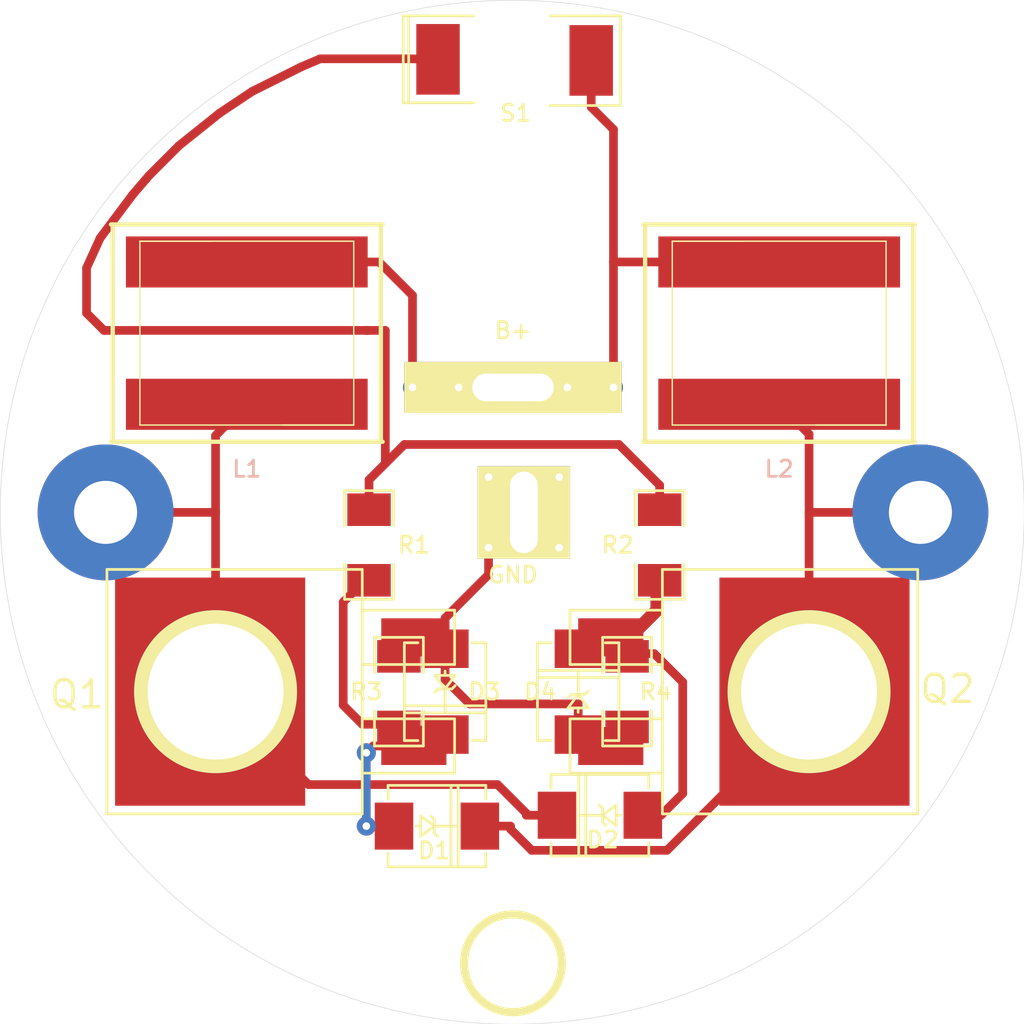
<source format=kicad_pcb>
(kicad_pcb (version 20171130) (host pcbnew "(5.1.12)-1")

  (general
    (thickness 1.6002)
    (drawings 1)
    (tracks 130)
    (zones 0)
    (modules 27)
    (nets 8)
  )

  (page A4)
  (title_block
    (title "ET Driver")
    (rev 9J)
  )

  (layers
    (0 Front signal)
    (31 Back signal)
    (32 B.Adhes user hide)
    (33 F.Adhes user hide)
    (34 B.Paste user hide)
    (35 F.Paste user hide)
    (36 B.SilkS user hide)
    (37 F.SilkS user hide)
    (38 B.Mask user)
    (39 F.Mask user)
    (40 Dwgs.User user)
    (41 Cmts.User user hide)
    (42 Eco1.User user hide)
    (43 Eco2.User user hide)
    (44 Edge.Cuts user)
  )

  (setup
    (last_trace_width 0.4064)
    (user_trace_width 0.6096)
    (user_trace_width 0.8128)
    (user_trace_width 1.2192)
    (trace_clearance 0.3302)
    (zone_clearance 0.508)
    (zone_45_only no)
    (trace_min 0.3302)
    (via_size 0.889)
    (via_drill 0.3556)
    (via_min_size 0.889)
    (via_min_drill 0.3556)
    (uvia_size 0.508)
    (uvia_drill 0.127)
    (uvias_allowed no)
    (uvia_min_size 0.508)
    (uvia_min_drill 0.127)
    (edge_width 0.254)
    (segment_width 0.254)
    (pcb_text_width 0.3048)
    (pcb_text_size 1.524 2.032)
    (mod_edge_width 0.127)
    (mod_text_size 1.524 1.524)
    (mod_text_width 0.3048)
    (pad_size 1.778 3.048)
    (pad_drill 0)
    (pad_to_mask_clearance 0.254)
    (aux_axis_origin 0 0)
    (visible_elements 7FFFFFFF)
    (pcbplotparams
      (layerselection 0x00030_ffffffff)
      (usegerberextensions true)
      (usegerberattributes true)
      (usegerberadvancedattributes true)
      (creategerberjobfile true)
      (excludeedgelayer true)
      (linewidth 0.150000)
      (plotframeref false)
      (viasonmask false)
      (mode 1)
      (useauxorigin false)
      (hpglpennumber 1)
      (hpglpenspeed 20)
      (hpglpendiameter 15.000000)
      (psnegative false)
      (psa4output false)
      (plotreference true)
      (plotvalue false)
      (plotinvisibletext false)
      (padsonsilk false)
      (subtractmaskfromsilk true)
      (outputformat 1)
      (mirror false)
      (drillshape 0)
      (scaleselection 1)
      (outputdirectory "IH-10/IH10-SL/"))
  )

  (net 0 "")
  (net 1 +BATT)
  (net 2 GND)
  (net 3 N-000002)
  (net 4 N-000004)
  (net 5 N-000005)
  (net 6 N-000006)
  (net 7 N-000007)

  (net_class Default "This is the default net class."
    (clearance 0.3302)
    (trace_width 0.4064)
    (via_dia 0.889)
    (via_drill 0.3556)
    (uvia_dia 0.508)
    (uvia_drill 0.127)
    (add_net +BATT)
    (add_net GND)
    (add_net N-000002)
    (add_net N-000004)
    (add_net N-000005)
    (add_net N-000006)
    (add_net N-000007)
  )

  (module DPAKGDS-TV-SL (layer Front) (tedit 55AE522A) (tstamp 5597B091)
    (at 61.1505 56.388 90)
    (tags "CMS DPACK")
    (path /52DDB130)
    (zone_connect 2)
    (fp_text reference Q1 (at -0.127 -15.748 180) (layer F.SilkS)
      (effects (font (size 1.27 1.27) (thickness 0.1524)))
    )
    (fp_text value MOSFET_N (at 0 -3.302 90) (layer F.SilkS) hide
      (effects (font (size 1.27 1.27) (thickness 0.1524)))
    )
    (fp_line (start 5.715 -14.351) (end 5.715 -2.413) (layer F.SilkS) (width 0.127))
    (fp_line (start 5.715 -2.413) (end -5.715 -2.413) (layer F.SilkS) (width 0.127))
    (fp_line (start -5.715 -2.413) (end -5.715 -14.351) (layer F.SilkS) (width 0.127))
    (fp_line (start -5.715 -14.351) (end 5.715 -14.351) (layer F.SilkS) (width 0.127))
    (fp_line (start -1.27 -2.413) (end -1.27 1.905) (layer F.SilkS) (width 0.127))
    (fp_line (start -1.27 1.905) (end -3.81 1.905) (layer F.SilkS) (width 0.127))
    (fp_line (start -3.81 1.905) (end -3.81 -2.413) (layer F.SilkS) (width 0.127))
    (fp_line (start 3.81 -2.413) (end 3.81 1.905) (layer F.SilkS) (width 0.127))
    (fp_line (start 3.81 1.905) (end 1.27 1.905) (layer F.SilkS) (width 0.127))
    (fp_line (start 1.27 1.905) (end 1.27 -2.413) (layer F.SilkS) (width 0.127))
    (pad D smd rect (at 0 -9.525 90) (size 10.668 8.89) (layers Front F.Paste F.Mask)
      (net 6 N-000006) (zone_connect 2))
    (pad G smd rect (at -2.54 0 90) (size 1.778 3.048) (layers Front F.Paste F.Mask)
      (net 4 N-000004) (zone_connect 2))
    (pad S smd rect (at 2.54 0 90) (size 1.778 3.048) (layers Front F.Paste F.Mask)
      (net 2 GND) (zone_connect 2))
    (pad D thru_hole circle (at 0 -9.271 90) (size 7.62 7.62) (drill 6.35) (layers *.Cu F.SilkS F.Mask)
      (net 6 N-000006) (zone_connect 2))
    (model smd/dpack_3.wrl
      (at (xyz 0 0 0))
      (scale (xyz 1 1 1))
      (rotate (xyz 0 0 0))
    )
  )

  (module SM2112L (layer Front) (tedit 556257A7) (tstamp 555E883C)
    (at 65.7352 26.8224)
    (attr smd)
    (fp_text reference S1 (at 0.1778 2.5146) (layer F.SilkS)
      (effects (font (size 0.762 0.762) (thickness 0.127)))
    )
    (fp_text value Val** (at -0.889 0 90) (layer F.SilkS) hide
      (effects (font (size 0.762 0.762) (thickness 0.1905)))
    )
    (fp_line (start -5.08 -2.032) (end -5.08 2.032) (layer F.SilkS) (width 0.127))
    (fp_line (start -4.826 -2.032) (end -4.826 2.032) (layer F.SilkS) (width 0.127))
    (fp_line (start -1.778 2.032) (end -5.08 2.032) (layer F.SilkS) (width 0.127))
    (fp_line (start -1.778 -2.032) (end -5.08 -2.032) (layer F.SilkS) (width 0.127))
    (fp_line (start 1.778 -2.032) (end 5.08 -2.032) (layer F.SilkS) (width 0.127))
    (fp_line (start 5.08 -2.032) (end 5.08 2.032) (layer F.SilkS) (width 0.127))
    (fp_line (start 5.08 2.159) (end 1.778 2.159) (layer F.SilkS) (width 0.127))
    (pad 2 smd rect (at 3.7084 0.0508) (size 2.032 3.302) (layers Front F.Paste F.Mask)
      (net 1 +BATT) (zone_connect 1))
    (pad 1 smd rect (at -3.4544 0) (size 2.032 3.302) (layers Front F.Paste F.Mask)
      (net 5 N-000005))
    (model smd/chip_cms.wrl
      (at (xyz 0 0 0))
      (scale (xyz 0.3 0.4 0.4))
      (rotate (xyz 0 0 0))
    )
  )

  (module Pad-ThermVia-Gnd (layer Front) (tedit 5597A943) (tstamp 555CEE29)
    (at 65.786 48.006)
    (descr "module 1 pin (ou trou mecanique de percage)")
    (tags DEV)
    (path 1pin)
    (fp_text reference GND (at 0 2.921) (layer F.SilkS)
      (effects (font (size 0.762 0.762) (thickness 0.127)))
    )
    (fp_text value "" (at 0 2.794) (layer F.SilkS) hide
      (effects (font (size 1.016 1.016) (thickness 0.254)))
    )
    (pad 1 thru_hole rect (at 0.508 0) (size 4.318 4.318) (drill oval 1.2954 3.81) (layers *.Cu F.SilkS F.Mask)
      (net 2 GND) (zone_connect 2))
    (pad 1 thru_hole circle (at -1.143 1.651) (size 0.889 0.889) (drill 0.3556) (layers *.Cu F.Mask)
      (net 2 GND) (zone_connect 2))
    (pad 1 thru_hole circle (at -1.143 -1.651) (size 0.889 0.889) (drill 0.3556) (layers *.Cu F.Mask)
      (net 2 GND) (zone_connect 2))
    (pad 1 thru_hole circle (at 2.159 -1.651) (size 0.889 0.889) (drill 0.3556) (layers *.Cu F.Mask)
      (net 2 GND) (zone_connect 2))
    (pad 1 thru_hole circle (at 2.159 1.651) (size 0.889 0.889) (drill 0.3556) (layers *.Cu F.Mask)
      (net 2 GND) (zone_connect 2))
  )

  (module endcap locked (layer Front) (tedit 5586DB5C) (tstamp 555C7DBF)
    (at 65.786 48.006)
    (fp_text reference endcap (at 0 0) (layer F.SilkS) hide
      (effects (font (size 1.5 1.5) (thickness 0.15)))
    )
    (fp_text value VAL** (at 0 0) (layer F.SilkS) hide
      (effects (font (size 1.5 1.5) (thickness 0.15)))
    )
    (pad "" thru_hole circle (at 19.05 0) (size 6.35 6.35) (drill 2.9464) (layers *.Cu *.Mask)
      (net 7 N-000007) (zone_connect 2))
    (pad "" thru_hole circle (at -19.05 0) (size 6.35 6.35) (drill 2.9464) (layers *.Cu *.Mask)
      (net 6 N-000006) (zone_connect 2))
  )

  (module inductor-coilcraft-xal1010-102 (layer Front) (tedit 55625652) (tstamp 5524B50A)
    (at 53.34 39.624 270)
    (descr "SMD INDUCTOR")
    (tags "SMD INDUCTOR")
    (path /52DDAEDB)
    (attr smd)
    (fp_text reference L1 (at 6.35 0) (layer B.SilkS)
      (effects (font (size 0.762 0.762) (thickness 0.127)))
    )
    (fp_text value INDUCTOR (at -1.45796 3.86334 270) (layer B.SilkS) hide
      (effects (font (size 1.27 1.27) (thickness 0.0889)))
    )
    (fp_line (start -4.29768 4.99872) (end -4.29768 1.69926) (layer F.SilkS) (width 0.06604))
    (fp_line (start 4.29768 -1.69926) (end 4.29768 -4.99872) (layer F.SilkS) (width 0.06604))
    (fp_line (start -4.29768 4.99872) (end 4.29768 4.99872) (layer F.SilkS) (width 0.06604))
    (fp_line (start 4.29768 4.99872) (end 4.29768 -4.99872) (layer F.SilkS) (width 0.06604))
    (fp_line (start -4.29768 -4.99872) (end 4.29768 -4.99872) (layer F.SilkS) (width 0.06604))
    (fp_line (start -4.29768 4.99872) (end -4.29768 -4.99872) (layer F.SilkS) (width 0.06604))
    (fp_line (start -5.08 -6.35) (end -5.08 6.35) (layer F.SilkS) (width 0.2032))
    (fp_line (start 5.08 6.35) (end 5.08 -6.35) (layer F.SilkS) (width 0.2032))
    (fp_line (start 5.08 -6.26872) (end -5.08 -6.26872) (layer F.SilkS) (width 0.2032))
    (fp_line (start 5.08 6.26872) (end -5.08 6.26872) (layer F.SilkS) (width 0.2032))
    (pad 1 smd rect (at -3.3274 0 270) (size 2.3876 11.303) (layers Front F.Paste F.Mask)
      (net 1 +BATT))
    (pad 2 smd rect (at 3.3274 0 270) (size 2.3876 11.303) (layers Front F.Paste F.Mask)
      (net 6 N-000006))
  )

  (module via (layer Front) (tedit 55324D26) (tstamp 55324D07)
    (at 72.009 54.61)
    (descr "module 1 pin (ou trou mecanique de percage)")
    (tags DEV)
    (path 1pin)
    (zone_connect 2)
    (fp_text reference Noname_10 (at 0 2.54) (layer F.SilkS) hide
      (effects (font (size 1.016 1.016) (thickness 0.254)))
    )
    (fp_text value "" (at 0 2.794) (layer F.SilkS) hide
      (effects (font (size 1.016 1.016) (thickness 0.254)))
    )
  )

  (module via (layer Front) (tedit 55324D10) (tstamp 5520A6B3)
    (at 70.739 54.61)
    (descr "module 1 pin (ou trou mecanique de percage)")
    (tags DEV)
    (path 1pin)
    (zone_connect 2)
    (fp_text reference Noname_9 (at 0 2.54) (layer F.SilkS) hide
      (effects (font (size 1.016 1.016) (thickness 0.254)))
    )
    (fp_text value "" (at 0 2.794) (layer F.SilkS) hide
      (effects (font (size 1.016 1.016) (thickness 0.254)))
    )
  )

  (module via (layer Front) (tedit 55324CDF) (tstamp 5520A698)
    (at 72.009 55.626)
    (descr "module 1 pin (ou trou mecanique de percage)")
    (tags DEV)
    (path 1pin)
    (zone_connect 2)
    (fp_text reference Noname_8 (at 0 2.54) (layer F.SilkS) hide
      (effects (font (size 1.016 1.016) (thickness 0.254)))
    )
    (fp_text value "" (at 0 2.794) (layer F.SilkS) hide
      (effects (font (size 1.016 1.016) (thickness 0.254)))
    )
  )

  (module via (layer Front) (tedit 55324CD4) (tstamp 5520A6A1)
    (at 70.739 55.626)
    (descr "module 1 pin (ou trou mecanique de percage)")
    (tags DEV)
    (path 1pin)
    (zone_connect 2)
    (fp_text reference Noname_7 (at 0 2.54) (layer F.SilkS) hide
      (effects (font (size 1.016 1.016) (thickness 0.254)))
    )
    (fp_text value "" (at 0 2.794) (layer F.SilkS) hide
      (effects (font (size 1.016 1.016) (thickness 0.254)))
    )
  )

  (module via (layer Front) (tedit 55324CAC) (tstamp 5520A6E7)
    (at 60.96 52.07)
    (descr "module 1 pin (ou trou mecanique de percage)")
    (tags DEV)
    (path 1pin)
    (zone_connect 2)
    (fp_text reference Noname_6 (at 0 2.54) (layer F.SilkS) hide
      (effects (font (size 1.016 1.016) (thickness 0.254)))
    )
    (fp_text value "" (at 0 2.794) (layer F.SilkS) hide
      (effects (font (size 1.016 1.016) (thickness 0.254)))
    )
  )

  (module via (layer Front) (tedit 55324CBB) (tstamp 551F435C)
    (at 62.23 52.07)
    (descr "module 1 pin (ou trou mecanique de percage)")
    (tags DEV)
    (path 1pin)
    (zone_connect 2)
    (fp_text reference Noname_5 (at 0 2.54) (layer F.SilkS) hide
      (effects (font (size 1.016 1.016) (thickness 0.254)))
    )
    (fp_text value "" (at 0 2.794) (layer F.SilkS) hide
      (effects (font (size 1.016 1.016) (thickness 0.254)))
    )
  )

  (module via (layer Front) (tedit 55324CC1) (tstamp 551F4353)
    (at 62.23 53.086)
    (descr "module 1 pin (ou trou mecanique de percage)")
    (tags DEV)
    (path 1pin)
    (zone_connect 2)
    (fp_text reference Noname_4 (at 0 2.54) (layer F.SilkS) hide
      (effects (font (size 1.016 1.016) (thickness 0.254)))
    )
    (fp_text value "" (at 0 2.794) (layer F.SilkS) hide
      (effects (font (size 1.016 1.016) (thickness 0.254)))
    )
  )

  (module DO214 (layer Front) (tedit 55959605) (tstamp 52E43FF0)
    (at 62.611 56.388 270)
    (descr "DO214AC PACKAGE. MONODIRECTIONAL.")
    (tags "DO214AC PACKAGE. MONODIRECTIONAL.")
    (path /52DDB1BE)
    (attr smd)
    (fp_text reference D3 (at 0 -1.8415) (layer F.SilkS)
      (effects (font (size 0.762 0.762) (thickness 0.127)))
    )
    (fp_text value ZENER (at 0.254 2.921 270) (layer F.SilkS) hide
      (effects (font (size 1.27 1.27) (thickness 0.0889)))
    )
    (fp_line (start -0.762 0) (end -0.9652 0) (layer F.SilkS) (width 0.127))
    (fp_line (start -2.286 -1.905) (end 2.286 -1.905) (layer F.SilkS) (width 0.127))
    (fp_line (start 2.286 -1.905) (end 2.286 -1.27) (layer F.SilkS) (width 0.127))
    (fp_line (start 0.6604 1.905) (end 0.6604 -1.905) (layer F.SilkS) (width 0.127))
    (fp_line (start 0.9906 1.905) (end 0.9906 -1.905) (layer F.SilkS) (width 0.127))
    (fp_line (start -2.286 1.27) (end -2.286 1.905) (layer F.SilkS) (width 0.127))
    (fp_line (start -2.286 1.905) (end 2.286 1.905) (layer F.SilkS) (width 0.127))
    (fp_line (start 2.286 1.905) (end 2.286 1.27) (layer F.SilkS) (width 0.127))
    (fp_line (start -2.286 -1.27) (end -2.286 -1.905) (layer F.SilkS) (width 0.127))
    (fp_line (start -0.127 0) (end -0.762 -0.47498) (layer F.SilkS) (width 0.127))
    (fp_line (start -0.762 -0.47498) (end -0.762 0) (layer F.SilkS) (width 0.127))
    (fp_line (start -0.762 0) (end -0.762 0.47498) (layer F.SilkS) (width 0.127))
    (fp_line (start -0.762 0.47498) (end -0.127 0) (layer F.SilkS) (width 0.127))
    (fp_line (start -0.127 0) (end -0.127 -0.3175) (layer F.SilkS) (width 0.127))
    (fp_line (start -0.127 -0.3175) (end -0.28448 -0.47498) (layer F.SilkS) (width 0.127))
    (fp_line (start -0.127 0) (end -0.127 0.3175) (layer F.SilkS) (width 0.127))
    (fp_line (start -0.127 0.3175) (end 0.03048 0.47498) (layer F.SilkS) (width 0.127))
    (fp_line (start -0.127 0) (end 0.98298 0) (layer F.SilkS) (width 0.127))
    (pad 1 smd rect (at -2.0066 0 270) (size 1.80086 2.19964) (layers Front F.Paste F.Mask)
      (net 2 GND))
    (pad 2 smd rect (at 2.0066 0 270) (size 1.80086 2.19964) (layers Front F.Paste F.Mask)
      (net 4 N-000004))
    (model smd/do214.wrl
      (at (xyz 0 0 0))
      (scale (xyz 1 1 1))
      (rotate (xyz 0 0 0))
    )
  )

  (module DO214 (layer Front) (tedit 559595F0) (tstamp 5516D487)
    (at 68.834 56.388 90)
    (descr "DO214AC PACKAGE. MONODIRECTIONAL.")
    (tags "DO214AC PACKAGE. MONODIRECTIONAL.")
    (path /52DDB1DC)
    (attr smd)
    (fp_text reference D4 (at 0 -1.778 180) (layer F.SilkS)
      (effects (font (size 0.762 0.762) (thickness 0.127)))
    )
    (fp_text value ZENER (at 0.254 2.921 90) (layer F.SilkS) hide
      (effects (font (size 1.27 1.27) (thickness 0.0889)))
    )
    (fp_line (start -0.762 0) (end -0.9652 0) (layer F.SilkS) (width 0.127))
    (fp_line (start -2.286 -1.905) (end 2.286 -1.905) (layer F.SilkS) (width 0.127))
    (fp_line (start 2.286 -1.905) (end 2.286 -1.27) (layer F.SilkS) (width 0.127))
    (fp_line (start 0.6604 1.905) (end 0.6604 -1.905) (layer F.SilkS) (width 0.127))
    (fp_line (start 0.9906 1.905) (end 0.9906 -1.905) (layer F.SilkS) (width 0.127))
    (fp_line (start -2.286 1.27) (end -2.286 1.905) (layer F.SilkS) (width 0.127))
    (fp_line (start -2.286 1.905) (end 2.286 1.905) (layer F.SilkS) (width 0.127))
    (fp_line (start 2.286 1.905) (end 2.286 1.27) (layer F.SilkS) (width 0.127))
    (fp_line (start -2.286 -1.27) (end -2.286 -1.905) (layer F.SilkS) (width 0.127))
    (fp_line (start -0.127 0) (end -0.762 -0.47498) (layer F.SilkS) (width 0.127))
    (fp_line (start -0.762 -0.47498) (end -0.762 0) (layer F.SilkS) (width 0.127))
    (fp_line (start -0.762 0) (end -0.762 0.47498) (layer F.SilkS) (width 0.127))
    (fp_line (start -0.762 0.47498) (end -0.127 0) (layer F.SilkS) (width 0.127))
    (fp_line (start -0.127 0) (end -0.127 -0.3175) (layer F.SilkS) (width 0.127))
    (fp_line (start -0.127 -0.3175) (end -0.28448 -0.47498) (layer F.SilkS) (width 0.127))
    (fp_line (start -0.127 0) (end -0.127 0.3175) (layer F.SilkS) (width 0.127))
    (fp_line (start -0.127 0.3175) (end 0.03048 0.47498) (layer F.SilkS) (width 0.127))
    (fp_line (start -0.127 0) (end 0.98298 0) (layer F.SilkS) (width 0.127))
    (pad 1 smd rect (at -2.0066 0 90) (size 1.80086 2.19964) (layers Front F.Paste F.Mask)
      (net 2 GND))
    (pad 2 smd rect (at 2.0066 0 90) (size 1.80086 2.19964) (layers Front F.Paste F.Mask)
      (net 3 N-000002))
    (model smd/do214.wrl
      (at (xyz 0 0 0))
      (scale (xyz 1 1 1))
      (rotate (xyz 0 0 0))
    )
  )

  (module SM1206 (layer Front) (tedit 559595B2) (tstamp 52AB74E6)
    (at 72.644 49.53 270)
    (path /52DDB78E)
    (attr smd)
    (fp_text reference R2 (at 0 1.9685) (layer F.SilkS)
      (effects (font (size 0.762 0.762) (thickness 0.127)))
    )
    (fp_text value 270 (at 0 0 270) (layer F.SilkS) hide
      (effects (font (size 0.762 0.762) (thickness 0.127)))
    )
    (fp_line (start -2.54 -1.143) (end -2.54 1.143) (layer F.SilkS) (width 0.127))
    (fp_line (start -2.54 1.143) (end -0.889 1.143) (layer F.SilkS) (width 0.127))
    (fp_line (start 0.889 -1.143) (end 2.54 -1.143) (layer F.SilkS) (width 0.127))
    (fp_line (start 2.54 -1.143) (end 2.54 1.143) (layer F.SilkS) (width 0.127))
    (fp_line (start 2.54 1.143) (end 0.889 1.143) (layer F.SilkS) (width 0.127))
    (fp_line (start -0.889 -1.143) (end -2.54 -1.143) (layer F.SilkS) (width 0.127))
    (pad 1 smd rect (at -1.651 0 270) (size 1.524 2.032) (layers Front F.Paste F.Mask)
      (net 5 N-000005))
    (pad 2 smd rect (at 1.651 0 270) (size 1.524 2.032) (layers Front F.Paste F.Mask)
      (net 3 N-000002))
    (model smd/chip_cms.wrl
      (at (xyz 0 0 0))
      (scale (xyz 0.17 0.16 0.16))
      (rotate (xyz 0 0 0))
    )
  )

  (module DO214 (layer Front) (tedit 556255AB) (tstamp 52E43ECD)
    (at 69.85 62.1665 180)
    (descr "DO214AC PACKAGE. MONODIRECTIONAL.")
    (tags "DO214AC PACKAGE. MONODIRECTIONAL.")
    (path /52DDB383)
    (attr smd)
    (fp_text reference D2 (at -0.127 -1.143 180) (layer F.SilkS)
      (effects (font (size 0.762 0.762) (thickness 0.127)))
    )
    (fp_text value DIODE (at 0.254 2.921 180) (layer F.SilkS) hide
      (effects (font (size 1.27 1.27) (thickness 0.0889)))
    )
    (fp_line (start -0.762 0) (end -0.9652 0) (layer F.SilkS) (width 0.127))
    (fp_line (start -2.286 -1.905) (end 2.286 -1.905) (layer F.SilkS) (width 0.127))
    (fp_line (start 2.286 -1.905) (end 2.286 -1.27) (layer F.SilkS) (width 0.127))
    (fp_line (start 0.6604 1.905) (end 0.6604 -1.905) (layer F.SilkS) (width 0.127))
    (fp_line (start 0.9906 1.905) (end 0.9906 -1.905) (layer F.SilkS) (width 0.127))
    (fp_line (start -2.286 1.27) (end -2.286 1.905) (layer F.SilkS) (width 0.127))
    (fp_line (start -2.286 1.905) (end 2.286 1.905) (layer F.SilkS) (width 0.127))
    (fp_line (start 2.286 1.905) (end 2.286 1.27) (layer F.SilkS) (width 0.127))
    (fp_line (start -2.286 -1.27) (end -2.286 -1.905) (layer F.SilkS) (width 0.127))
    (fp_line (start -0.127 0) (end -0.762 -0.47498) (layer F.SilkS) (width 0.127))
    (fp_line (start -0.762 -0.47498) (end -0.762 0) (layer F.SilkS) (width 0.127))
    (fp_line (start -0.762 0) (end -0.762 0.47498) (layer F.SilkS) (width 0.127))
    (fp_line (start -0.762 0.47498) (end -0.127 0) (layer F.SilkS) (width 0.127))
    (fp_line (start -0.127 0) (end -0.127 -0.3175) (layer F.SilkS) (width 0.127))
    (fp_line (start -0.127 -0.3175) (end -0.28448 -0.47498) (layer F.SilkS) (width 0.127))
    (fp_line (start -0.127 0) (end -0.127 0.3175) (layer F.SilkS) (width 0.127))
    (fp_line (start -0.127 0.3175) (end 0.03048 0.47498) (layer F.SilkS) (width 0.127))
    (fp_line (start -0.127 0) (end 0.98298 0) (layer F.SilkS) (width 0.127))
    (pad 1 smd rect (at -2.0066 0 180) (size 1.80086 2.19964) (layers Front F.Paste F.Mask)
      (net 3 N-000002))
    (pad 2 smd rect (at 2.0066 0 180) (size 1.80086 2.19964) (layers Front F.Paste F.Mask)
      (net 6 N-000006))
    (model smd/do214.wrl
      (at (xyz 0 0 0))
      (scale (xyz 1 1 1))
      (rotate (xyz 0 0 0))
    )
  )

  (module DO214 (layer Front) (tedit 5562555C) (tstamp 52AB7D18)
    (at 62.23 62.6745)
    (descr "DO214AC PACKAGE. MONODIRECTIONAL.")
    (tags "DO214AC PACKAGE. MONODIRECTIONAL.")
    (path /52DDB301)
    (attr smd)
    (fp_text reference D1 (at -0.127 1.143) (layer F.SilkS)
      (effects (font (size 0.762 0.762) (thickness 0.127)))
    )
    (fp_text value DIODE (at 0.254 2.921) (layer F.SilkS) hide
      (effects (font (size 1.27 1.27) (thickness 0.0889)))
    )
    (fp_line (start -0.762 0) (end -0.9652 0) (layer F.SilkS) (width 0.127))
    (fp_line (start -2.286 -1.905) (end 2.286 -1.905) (layer F.SilkS) (width 0.127))
    (fp_line (start 2.286 -1.905) (end 2.286 -1.27) (layer F.SilkS) (width 0.127))
    (fp_line (start 0.6604 1.905) (end 0.6604 -1.905) (layer F.SilkS) (width 0.127))
    (fp_line (start 0.9906 1.905) (end 0.9906 -1.905) (layer F.SilkS) (width 0.127))
    (fp_line (start -2.286 1.27) (end -2.286 1.905) (layer F.SilkS) (width 0.127))
    (fp_line (start -2.286 1.905) (end 2.286 1.905) (layer F.SilkS) (width 0.127))
    (fp_line (start 2.286 1.905) (end 2.286 1.27) (layer F.SilkS) (width 0.127))
    (fp_line (start -2.286 -1.27) (end -2.286 -1.905) (layer F.SilkS) (width 0.127))
    (fp_line (start -0.127 0) (end -0.762 -0.47498) (layer F.SilkS) (width 0.127))
    (fp_line (start -0.762 -0.47498) (end -0.762 0) (layer F.SilkS) (width 0.127))
    (fp_line (start -0.762 0) (end -0.762 0.47498) (layer F.SilkS) (width 0.127))
    (fp_line (start -0.762 0.47498) (end -0.127 0) (layer F.SilkS) (width 0.127))
    (fp_line (start -0.127 0) (end -0.127 -0.3175) (layer F.SilkS) (width 0.127))
    (fp_line (start -0.127 -0.3175) (end -0.28448 -0.47498) (layer F.SilkS) (width 0.127))
    (fp_line (start -0.127 0) (end -0.127 0.3175) (layer F.SilkS) (width 0.127))
    (fp_line (start -0.127 0.3175) (end 0.03048 0.47498) (layer F.SilkS) (width 0.127))
    (fp_line (start -0.127 0) (end 0.98298 0) (layer F.SilkS) (width 0.127))
    (pad 1 smd rect (at -2.0066 0) (size 1.80086 2.19964) (layers Front F.Paste F.Mask)
      (net 4 N-000004))
    (pad 2 smd rect (at 2.0066 0) (size 1.80086 2.19964) (layers Front F.Paste F.Mask)
      (net 7 N-000007))
    (model smd/do214.wrl
      (at (xyz 0 0 0))
      (scale (xyz 1 1 1))
      (rotate (xyz 0 0 0))
    )
  )

  (module SM1206 (layer Front) (tedit 55959627) (tstamp 0)
    (at 60.452 56.388 90)
    (path /531E1DC6)
    (attr smd)
    (fp_text reference R3 (at 0 -1.524 180) (layer F.SilkS)
      (effects (font (size 0.762 0.762) (thickness 0.127)))
    )
    (fp_text value 10K (at 0 0 90) (layer F.SilkS) hide
      (effects (font (size 0.762 0.762) (thickness 0.127)))
    )
    (fp_line (start -2.54 -1.143) (end -2.54 1.143) (layer F.SilkS) (width 0.127))
    (fp_line (start -2.54 1.143) (end -0.889 1.143) (layer F.SilkS) (width 0.127))
    (fp_line (start 0.889 -1.143) (end 2.54 -1.143) (layer F.SilkS) (width 0.127))
    (fp_line (start 2.54 -1.143) (end 2.54 1.143) (layer F.SilkS) (width 0.127))
    (fp_line (start 2.54 1.143) (end 0.889 1.143) (layer F.SilkS) (width 0.127))
    (fp_line (start -0.889 -1.143) (end -2.54 -1.143) (layer F.SilkS) (width 0.127))
    (pad 1 smd rect (at -1.651 0 90) (size 1.524 2.032) (layers Front F.Paste F.Mask)
      (net 4 N-000004))
    (pad 2 smd rect (at 1.651 0 90) (size 1.524 2.032) (layers Front F.Paste F.Mask)
      (net 2 GND))
    (model smd/chip_cms.wrl
      (at (xyz 0 0 0))
      (scale (xyz 0.17 0.16 0.16))
      (rotate (xyz 0 0 0))
    )
  )

  (module SM1206 (layer Front) (tedit 55959640) (tstamp 531E1CCB)
    (at 71.12 56.388 270)
    (path /531E1DD4)
    (attr smd)
    (fp_text reference R4 (at 0 -1.3335) (layer F.SilkS)
      (effects (font (size 0.762 0.762) (thickness 0.127)))
    )
    (fp_text value 10K (at 0 0 270) (layer F.SilkS) hide
      (effects (font (size 0.762 0.762) (thickness 0.127)))
    )
    (fp_line (start -2.54 -1.143) (end -2.54 1.143) (layer F.SilkS) (width 0.127))
    (fp_line (start -2.54 1.143) (end -0.889 1.143) (layer F.SilkS) (width 0.127))
    (fp_line (start 0.889 -1.143) (end 2.54 -1.143) (layer F.SilkS) (width 0.127))
    (fp_line (start 2.54 -1.143) (end 2.54 1.143) (layer F.SilkS) (width 0.127))
    (fp_line (start 2.54 1.143) (end 0.889 1.143) (layer F.SilkS) (width 0.127))
    (fp_line (start -0.889 -1.143) (end -2.54 -1.143) (layer F.SilkS) (width 0.127))
    (pad 1 smd rect (at -1.651 0 270) (size 1.524 2.032) (layers Front F.Paste F.Mask)
      (net 3 N-000002))
    (pad 2 smd rect (at 1.651 0 270) (size 1.524 2.032) (layers Front F.Paste F.Mask)
      (net 2 GND))
    (model smd/chip_cms.wrl
      (at (xyz 0 0 0))
      (scale (xyz 0.17 0.16 0.16))
      (rotate (xyz 0 0 0))
    )
  )

  (module SM1206 (layer Front) (tedit 55959597) (tstamp 5388EA5B)
    (at 59.055 49.53 270)
    (path /52DDB77B)
    (attr smd)
    (fp_text reference R1 (at 0 -2.0955) (layer F.SilkS)
      (effects (font (size 0.762 0.762) (thickness 0.127)))
    )
    (fp_text value 270 (at 0 0 270) (layer F.SilkS) hide
      (effects (font (size 0.762 0.762) (thickness 0.127)))
    )
    (fp_line (start -2.54 -1.143) (end -2.54 1.143) (layer F.SilkS) (width 0.127))
    (fp_line (start -2.54 1.143) (end -0.889 1.143) (layer F.SilkS) (width 0.127))
    (fp_line (start 0.889 -1.143) (end 2.54 -1.143) (layer F.SilkS) (width 0.127))
    (fp_line (start 2.54 -1.143) (end 2.54 1.143) (layer F.SilkS) (width 0.127))
    (fp_line (start 2.54 1.143) (end 0.889 1.143) (layer F.SilkS) (width 0.127))
    (fp_line (start -0.889 -1.143) (end -2.54 -1.143) (layer F.SilkS) (width 0.127))
    (pad 1 smd rect (at -1.651 0 270) (size 1.524 2.032) (layers Front F.Paste F.Mask)
      (net 5 N-000005))
    (pad 2 smd rect (at 1.651 0 270) (size 1.524 2.032) (layers Front F.Paste F.Mask)
      (net 4 N-000004))
    (model smd/chip_cms.wrl
      (at (xyz 0 0 0))
      (scale (xyz 0.17 0.16 0.16))
      (rotate (xyz 0 0 0))
    )
  )

  (module via (layer Front) (tedit 55324CCB) (tstamp 5518EDB0)
    (at 59.944 55.372)
    (descr "module 1 pin (ou trou mecanique de percage)")
    (tags DEV)
    (path 1pin)
    (zone_connect 2)
    (fp_text reference Noname_3 (at 0 2.54) (layer F.SilkS) hide
      (effects (font (size 1.016 1.016) (thickness 0.254)))
    )
    (fp_text value "" (at 0 2.794) (layer F.SilkS) hide
      (effects (font (size 1.016 1.016) (thickness 0.254)))
    )
  )

  (module via (layer Front) (tedit 552459C5) (tstamp 5518EDC2)
    (at 67.564 61.468)
    (descr "module 1 pin (ou trou mecanique de percage)")
    (tags DEV)
    (path 1pin)
    (zone_connect 2)
    (fp_text reference Noname_2 (at 0 2.54) (layer F.SilkS) hide
      (effects (font (size 1.016 1.016) (thickness 0.254)))
    )
    (fp_text value "" (at 0 2.794) (layer F.SilkS) hide
      (effects (font (size 1.016 1.016) (thickness 0.254)))
    )
  )

  (module via (layer Front) (tedit 552459D2) (tstamp 5518EDCB)
    (at 71.882 56.388)
    (descr "module 1 pin (ou trou mecanique de percage)")
    (tags DEV)
    (path 1pin)
    (zone_connect 2)
    (fp_text reference Noname_1 (at 0 2.54) (layer F.SilkS) hide
      (effects (font (size 1.016 1.016) (thickness 0.254)))
    )
    (fp_text value "" (at 0 2.794) (layer F.SilkS) hide
      (effects (font (size 1.016 1.016) (thickness 0.254)))
    )
  )

  (module inductor-coilcraft-xal1010-102 (layer Front) (tedit 556256AD) (tstamp 5521D631)
    (at 78.232 39.624 270)
    (descr "SMD INDUCTOR")
    (tags "SMD INDUCTOR")
    (path /52DDAEDB)
    (attr smd)
    (fp_text reference L2 (at 6.35 0) (layer B.SilkS)
      (effects (font (size 0.762 0.762) (thickness 0.127)))
    )
    (fp_text value INDUCTOR (at -1.45796 3.86334 270) (layer B.SilkS) hide
      (effects (font (size 1.27 1.27) (thickness 0.0889)))
    )
    (fp_line (start -4.29768 4.99872) (end -4.29768 1.69926) (layer F.SilkS) (width 0.06604))
    (fp_line (start 4.29768 -1.69926) (end 4.29768 -4.99872) (layer F.SilkS) (width 0.06604))
    (fp_line (start -4.29768 4.99872) (end 4.29768 4.99872) (layer F.SilkS) (width 0.06604))
    (fp_line (start 4.29768 4.99872) (end 4.29768 -4.99872) (layer F.SilkS) (width 0.06604))
    (fp_line (start -4.29768 -4.99872) (end 4.29768 -4.99872) (layer F.SilkS) (width 0.06604))
    (fp_line (start -4.29768 4.99872) (end -4.29768 -4.99872) (layer F.SilkS) (width 0.06604))
    (fp_line (start -5.08 -6.35) (end -5.08 6.35) (layer F.SilkS) (width 0.2032))
    (fp_line (start 5.08 6.35) (end 5.08 -6.35) (layer F.SilkS) (width 0.2032))
    (fp_line (start 5.08 -6.26872) (end -5.08 -6.26872) (layer F.SilkS) (width 0.2032))
    (fp_line (start 5.08 6.26872) (end -5.08 6.26872) (layer F.SilkS) (width 0.2032))
    (pad 1 smd rect (at -3.3274 0 270) (size 2.3876 11.303) (layers Front F.Paste F.Mask)
      (net 1 +BATT))
    (pad 2 smd rect (at 3.3274 0 270) (size 2.3876 11.303) (layers Front F.Paste F.Mask)
      (net 7 N-000007))
  )

  (module Pad-ThermVia (layer Front) (tedit 5597A926) (tstamp 555C7C52)
    (at 65.786 42.164)
    (descr "module 1 pin (ou trou mecanique de percage)")
    (tags DEV)
    (path 1pin)
    (fp_text reference B+ (at 0 -2.667) (layer F.SilkS)
      (effects (font (size 0.762 0.762) (thickness 0.127)))
    )
    (fp_text value "" (at 0 2.794) (layer F.SilkS) hide
      (effects (font (size 1.016 1.016) (thickness 0.254)))
    )
    (pad 1 thru_hole rect (at 0 0) (size 10.16 2.3876) (drill oval 3.81 1.2954) (layers *.Cu F.SilkS F.Mask)
      (net 1 +BATT) (zone_connect 2))
    (pad 1 thru_hole circle (at -2.54 0) (size 0.889 0.889) (drill 0.3556) (layers *.Cu F.Mask)
      (net 1 +BATT) (zone_connect 2))
    (pad 1 thru_hole circle (at -4.699 0) (size 0.889 0.889) (drill 0.3556) (layers *.Cu F.Mask)
      (net 1 +BATT) (zone_connect 2))
    (pad 1 thru_hole circle (at 2.54 0) (size 0.889 0.889) (drill 0.3556) (layers *.Cu F.Mask)
      (net 1 +BATT) (zone_connect 2))
    (pad 1 thru_hole circle (at 4.699 0) (size 0.889 0.889) (drill 0.3556) (layers *.Cu F.Mask)
      (net 1 +BATT) (zone_connect 2))
  )

  (module 1pin (layer Front) (tedit 5595B402) (tstamp 55874155)
    (at 65.786 69.088)
    (descr "module 1 pin (ou trou mecanique de percage)")
    (tags DEV)
    (path 1pin)
    (zone_connect 0)
    (fp_text reference mount (at 0 -3.048) (layer F.SilkS) hide
      (effects (font (size 1.016 1.016) (thickness 0.254)))
    )
    (fp_text value P*** (at 0 2.794) (layer F.SilkS) hide
      (effects (font (size 1.016 1.016) (thickness 0.254)))
    )
    (fp_circle (center 0 0) (end 0 -2.286) (layer F.SilkS) (width 0.381))
    (pad "" np_thru_hole circle (at 0 0) (size 3.048 3.048) (drill 3.048) (layers *.Cu *.Mask F.SilkS)
      (zone_connect 0))
  )

  (module DPAKGDS-TV-SL-Q1 (layer Front) (tedit 55AE53E7) (tstamp 55AEAF38)
    (at 70.358 56.388 270)
    (tags "CMS DPACK")
    (path /52DDB130)
    (zone_connect 2)
    (fp_text reference Q2 (at -0.127 -15.748) (layer F.SilkS)
      (effects (font (size 1.27 1.27) (thickness 0.1524)))
    )
    (fp_text value MOSFET_N (at 0 -3.302 270) (layer F.SilkS) hide
      (effects (font (size 1.27 1.27) (thickness 0.1524)))
    )
    (fp_line (start 5.715 -14.351) (end 5.715 -2.413) (layer F.SilkS) (width 0.127))
    (fp_line (start 5.715 -2.413) (end -5.715 -2.413) (layer F.SilkS) (width 0.127))
    (fp_line (start -5.715 -2.413) (end -5.715 -14.351) (layer F.SilkS) (width 0.127))
    (fp_line (start -5.715 -14.351) (end 5.715 -14.351) (layer F.SilkS) (width 0.127))
    (fp_line (start -1.27 -2.413) (end -1.27 1.905) (layer F.SilkS) (width 0.127))
    (fp_line (start -1.27 1.905) (end -3.81 1.905) (layer F.SilkS) (width 0.127))
    (fp_line (start -3.81 1.905) (end -3.81 -2.413) (layer F.SilkS) (width 0.127))
    (fp_line (start 3.81 -2.413) (end 3.81 1.905) (layer F.SilkS) (width 0.127))
    (fp_line (start 3.81 1.905) (end 1.27 1.905) (layer F.SilkS) (width 0.127))
    (fp_line (start 1.27 1.905) (end 1.27 -2.413) (layer F.SilkS) (width 0.127))
    (pad D smd rect (at 0 -9.525 270) (size 10.668 8.89) (layers Front F.Paste F.Mask)
      (net 7 N-000007) (zone_connect 2))
    (pad G smd rect (at -2.54 0 270) (size 1.778 3.048) (layers Front F.Paste F.Mask)
      (net 3 N-000002) (zone_connect 2))
    (pad S smd rect (at 2.54 0 270) (size 1.778 3.048) (layers Front F.Paste F.Mask)
      (net 2 GND) (zone_connect 2))
    (pad D thru_hole circle (at 0 -9.271 270) (size 7.62 7.62) (drill 6.35) (layers *.Cu F.SilkS F.Mask)
      (net 7 N-000007) (zone_connect 2))
    (model smd/dpack_3.wrl
      (at (xyz 0 0 0))
      (scale (xyz 1 1 1))
      (rotate (xyz 0 0 0))
    )
  )

  (gr_circle (center 65.75044 47.99838) (end 89.49944 50.99812) (layer Edge.Cuts) (width 0.0254))

  (segment (start 53.34 36.2966) (end 59.525 36.2966) (width 0.4064) (layer Front) (net 1))
  (segment (start 59.525 36.2966) (end 61.087 37.8586) (width 0.4064) (layer Front) (net 1))
  (segment (start 61.087 37.8586) (end 61.087 42.164) (width 0.4064) (layer Front) (net 1))
  (segment (start 70.485 36.2966) (end 70.485 30.0991) (width 0.4064) (layer Front) (net 1))
  (segment (start 70.485 30.0991) (end 69.4436 29.0577) (width 0.4064) (layer Front) (net 1))
  (segment (start 70.485 42.164) (end 70.485 36.2966) (width 0.4064) (layer Front) (net 1))
  (segment (start 78.232 36.2966) (end 70.485 36.2966) (width 0.4064) (layer Front) (net 1))
  (segment (start 69.4436 26.8732) (end 69.4436 29.0577) (width 0.4064) (layer Front) (net 1))
  (segment (start 63.246 42.164) (end 65.786 42.164) (width 0.4064) (layer Back) (net 1))
  (segment (start 61.087 42.164) (end 63.246 42.164) (width 0.4064) (layer Back) (net 1))
  (segment (start 68.326 42.164) (end 65.786 42.164) (width 0.4064) (layer Back) (net 1))
  (segment (start 70.485 42.164) (end 68.326 42.164) (width 0.4064) (layer Back) (net 1))
  (segment (start 62.611 54.3814) (end 62.611 55.8153) (width 0.4064) (layer Front) (net 2))
  (segment (start 68.834 58.3946) (end 68.834 56.9607) (width 0.4064) (layer Front) (net 2))
  (segment (start 68.834 56.9607) (end 63.7564 56.9607) (width 0.4064) (layer Front) (net 2))
  (segment (start 63.7564 56.9607) (end 62.611 55.8153) (width 0.4064) (layer Front) (net 2))
  (segment (start 70.358 58.801) (end 69.9516 58.3946) (width 0.4064) (layer Front) (net 2))
  (segment (start 69.9516 58.3946) (end 68.834 58.3946) (width 0.4064) (layer Front) (net 2))
  (segment (start 62.611 54.3814) (end 62.611 52.9475) (width 0.4064) (layer Front) (net 2))
  (segment (start 64.643 49.657) (end 64.643 50.9155) (width 0.4064) (layer Front) (net 2))
  (segment (start 64.643 50.9155) (end 62.611 52.9475) (width 0.4064) (layer Front) (net 2))
  (segment (start 64.643 48.006) (end 64.643 49.657) (width 0.4064) (layer Front) (net 2))
  (segment (start 64.643 46.355) (end 64.643 48.006) (width 0.4064) (layer Front) (net 2))
  (segment (start 64.643 48.006) (end 66.294 48.006) (width 0.4064) (layer Front) (net 2))
  (segment (start 67.945 48.006) (end 67.945 46.355) (width 0.4064) (layer Front) (net 2))
  (segment (start 67.945 49.657) (end 67.945 48.006) (width 0.4064) (layer Front) (net 2))
  (segment (start 67.945 48.006) (end 66.294 48.006) (width 0.4064) (layer Front) (net 2))
  (segment (start 61.1505 54.0385) (end 61.1505 53.848) (width 0.4064) (layer Front) (net 2))
  (segment (start 60.452 54.737) (end 61.1505 54.0385) (width 0.4064) (layer Front) (net 2))
  (segment (start 62.611 54.3814) (end 61.4934 54.3814) (width 0.4064) (layer Front) (net 2))
  (segment (start 61.4934 54.3814) (end 61.1505 54.0385) (width 0.4064) (layer Front) (net 2))
  (segment (start 70.358 58.801) (end 70.358 58.928) (width 0.4064) (layer Front) (net 2))
  (segment (start 71.12 58.039) (end 70.358 58.801) (width 0.4064) (layer Front) (net 2))
  (segment (start 71.3548 54.6699) (end 71.12 53.848) (width 0.4064) (layer Front) (net 3))
  (segment (start 71.374 54.737) (end 71.3548 54.6699) (width 0.4064) (layer Front) (net 3))
  (segment (start 71.12 54.737) (end 71.2877 54.737) (width 0.4064) (layer Front) (net 3))
  (segment (start 71.2877 54.737) (end 71.3548 54.6699) (width 0.4064) (layer Front) (net 3))
  (segment (start 69.2277 54.1147) (end 69.1007 54.1147) (width 0.4064) (layer Front) (net 3))
  (segment (start 69.1007 54.1147) (end 68.834 54.3814) (width 0.4064) (layer Front) (net 3))
  (segment (start 69.2277 54.1147) (end 68.961 54.3814) (width 0.4064) (layer Front) (net 3))
  (segment (start 69.4944 53.848) (end 69.2277 54.1147) (width 0.4064) (layer Front) (net 3))
  (segment (start 69.2277 54.1147) (end 68.961 54.3814) (width 0.8128) (layer Front) (net 3))
  (segment (start 69.4944 53.848) (end 69.2277 54.1147) (width 0.8128) (layer Front) (net 3))
  (segment (start 70.358 53.848) (end 69.4944 53.848) (width 0.8128) (layer Front) (net 3))
  (segment (start 71.12 53.848) (end 70.358 53.848) (width 0.8128) (layer Front) (net 3))
  (segment (start 70.358 53.848) (end 70.358 53.721) (width 0.6096) (layer Front) (net 3))
  (segment (start 70.358 53.721) (end 71.374 54.737) (width 0.6096) (layer Front) (net 3))
  (segment (start 71.8566 62.1665) (end 72.7075 62.1665) (width 0.4064) (layer Front) (net 3))
  (segment (start 72.7075 62.1665) (end 73.7235 61.1505) (width 0.4064) (layer Front) (net 3))
  (segment (start 73.7235 61.1505) (end 73.7235 55.9435) (width 0.4064) (layer Front) (net 3))
  (segment (start 73.7235 55.9435) (end 72.39 54.61) (width 0.4064) (layer Front) (net 3))
  (segment (start 72.39 54.61) (end 71.247 54.61) (width 0.4064) (layer Front) (net 3))
  (segment (start 71.247 54.61) (end 70.358 53.848) (width 0.4064) (layer Front) (net 3))
  (segment (start 71.374 54.737) (end 71.374 53.721) (width 0.6096) (layer Front) (net 3))
  (segment (start 71.374 53.721) (end 72.517 52.578) (width 0.6096) (layer Front) (net 3))
  (segment (start 72.517 52.578) (end 72.517 51.2445) (width 0.6096) (layer Front) (net 3))
  (segment (start 72.517 51.2445) (end 72.644 51.181) (width 0.6096) (layer Front) (net 3))
  (segment (start 61.6839 58.3946) (end 61.1505 58.928) (width 0.4064) (layer Front) (net 4))
  (segment (start 61.722 58.3946) (end 62.611 58.3946) (width 0.8128) (layer Front) (net 4))
  (segment (start 61.6839 58.3946) (end 61.722 58.3946) (width 0.8128) (layer Front) (net 4))
  (segment (start 61.722 58.3946) (end 62.611 58.3946) (width 0.8128) (layer Front) (net 4))
  (segment (start 61.6839 58.3946) (end 61.722 58.3946) (width 0.8128) (layer Front) (net 4))
  (segment (start 60.833 58.3946) (end 61.6839 58.3946) (width 0.8128) (layer Front) (net 4))
  (segment (start 60.833 58.3946) (end 61.6839 58.3946) (width 0.8128) (layer Front) (net 4))
  (segment (start 60.3758 58.2168) (end 60.452 58.1406) (width 0.4064) (layer Front) (net 4))
  (segment (start 60.452 58.1406) (end 60.452 58.039) (width 0.4064) (layer Front) (net 4))
  (segment (start 60.3758 58.2168) (end 60.5536 58.3946) (width 0.8128) (layer Front) (net 4))
  (segment (start 60.5536 58.3946) (end 60.833 58.3946) (width 0.8128) (layer Front) (net 4))
  (segment (start 60.198 58.928) (end 60.198 58.039) (width 0.8128) (layer Front) (net 4))
  (segment (start 60.198 58.039) (end 60.3758 58.2168) (width 0.8128) (layer Front) (net 4))
  (segment (start 60.198 58.928) (end 60.2996 58.928) (width 0.4064) (layer Front) (net 4))
  (segment (start 60.198 58.928) (end 60.2996 58.928) (width 0.4064) (layer Front) (net 4))
  (segment (start 60.2996 58.928) (end 60.833 58.3946) (width 0.8128) (layer Front) (net 4))
  (segment (start 60.198 58.928) (end 60.2996 58.928) (width 0.8128) (layer Front) (net 4))
  (segment (start 58.928 62.6745) (end 58.928 59.2455) (width 0.4064) (layer Back) (net 4))
  (segment (start 58.928 59.2455) (end 59.2455 58.928) (width 0.4064) (layer Front) (net 4))
  (segment (start 59.2455 58.928) (end 60.198 58.928) (width 0.4064) (layer Front) (net 4))
  (segment (start 60.2234 62.6745) (end 58.928 62.6745) (width 0.4064) (layer Front) (net 4))
  (segment (start 59.055 51.181) (end 58.8645 51.181) (width 0.4064) (layer Front) (net 4))
  (segment (start 58.8645 51.181) (end 57.8485 52.197) (width 0.4064) (layer Front) (net 4))
  (segment (start 57.8485 52.197) (end 57.8485 57.023) (width 0.4064) (layer Front) (net 4))
  (segment (start 57.8485 57.023) (end 58.7375 57.912) (width 0.4064) (layer Front) (net 4))
  (segment (start 58.7375 57.912) (end 60.706 57.912) (width 0.4064) (layer Front) (net 4))
  (segment (start 60.706 57.912) (end 60.452 58.039) (width 0.4064) (layer Front) (net 4))
  (via (at 58.928 62.6745) (size 0.889) (layers Front Back) (net 4))
  (via (at 58.928 59.2455) (size 0.889) (layers Front Back) (net 4))
  (segment (start 58.928 39.497) (end 46.6598 39.497) (width 0.4064) (layer Front) (net 5))
  (segment (start 46.6598 39.497) (end 45.847 38.6842) (width 0.4064) (layer Front) (net 5))
  (segment (start 45.847 38.6842) (end 45.847 36.576) (width 0.4064) (layer Front) (net 5))
  (segment (start 45.847 36.576) (end 46.482 35.179) (width 0.4064) (layer Front) (net 5))
  (segment (start 46.482 35.179) (end 48.006 33.147) (width 0.4064) (layer Front) (net 5))
  (segment (start 48.006 33.147) (end 48.768 32.258) (width 0.4064) (layer Front) (net 5))
  (segment (start 48.768 32.258) (end 50.165 30.861) (width 0.4064) (layer Front) (net 5))
  (segment (start 50.165 30.861) (end 52.07 29.337) (width 0.4064) (layer Front) (net 5))
  (segment (start 52.07 29.337) (end 53.594 28.321) (width 0.4064) (layer Front) (net 5))
  (segment (start 53.594 28.321) (end 55.88 27.178) (width 0.4064) (layer Front) (net 5))
  (segment (start 55.88 27.178) (end 56.769 26.797) (width 0.4064) (layer Front) (net 5))
  (segment (start 56.769 26.797) (end 60.96 26.797) (width 0.4064) (layer Front) (net 5))
  (segment (start 60.96 26.797) (end 62.2808 26.8224) (width 0.4064) (layer Front) (net 5))
  (segment (start 59.0042 39.497) (end 58.928 39.497) (width 0.4064) (layer Front) (net 5))
  (segment (start 58.928 39.497) (end 59.0042 39.497) (width 0.4064) (layer Front) (net 5))
  (segment (start 59.817 45.72) (end 59.055 46.482) (width 0.4064) (layer Front) (net 5))
  (segment (start 59.055 46.482) (end 59.055 47.879) (width 0.4064) (layer Front) (net 5))
  (segment (start 72.644 47.879) (end 72.644 46.736) (width 0.4064) (layer Front) (net 5))
  (segment (start 72.644 46.736) (end 70.739 44.831) (width 0.4064) (layer Front) (net 5))
  (segment (start 70.739 44.831) (end 60.706 44.831) (width 0.4064) (layer Front) (net 5))
  (segment (start 60.706 44.831) (end 59.817 45.72) (width 0.4064) (layer Front) (net 5))
  (segment (start 59.0042 39.497) (end 59.817 39.497) (width 0.4064) (layer Front) (net 5))
  (segment (start 59.817 39.497) (end 59.817 45.72) (width 0.4064) (layer Front) (net 5))
  (segment (start 51.8795 56.388) (end 51.6255 56.388) (width 0.4064) (layer Front) (net 6))
  (segment (start 51.8795 48.006) (end 51.8795 56.388) (width 0.4064) (layer Front) (net 6))
  (segment (start 53.34 42.9514) (end 51.8795 44.4119) (width 0.4064) (layer Front) (net 6))
  (segment (start 51.8795 44.4119) (end 51.8795 48.006) (width 0.4064) (layer Front) (net 6))
  (segment (start 46.736 48.006) (end 51.8795 48.006) (width 0.4064) (layer Front) (net 6))
  (segment (start 67.8434 62.1665) (end 66.4095 62.1665) (width 0.4064) (layer Front) (net 6))
  (segment (start 66.4095 62.1665) (end 66.4095 62.0767) (width 0.4064) (layer Front) (net 6))
  (segment (start 66.4095 62.0767) (end 65.0654 60.7326) (width 0.4064) (layer Front) (net 6))
  (segment (start 65.0654 60.7326) (end 56.2241 60.7326) (width 0.4064) (layer Front) (net 6))
  (segment (start 56.2241 60.7326) (end 51.8795 56.388) (width 0.4064) (layer Front) (net 6))
  (segment (start 79.629 56.388) (end 79.883 56.388) (width 0.4064) (layer Front) (net 7))
  (segment (start 79.629 48.006) (end 79.629 56.388) (width 0.4064) (layer Front) (net 7))
  (segment (start 78.232 42.9514) (end 79.629 44.3484) (width 0.4064) (layer Front) (net 7))
  (segment (start 79.629 44.3484) (end 79.629 48.006) (width 0.4064) (layer Front) (net 7))
  (segment (start 84.836 48.006) (end 79.629 48.006) (width 0.4064) (layer Front) (net 7))
  (segment (start 65.6705 62.6745) (end 65.6705 62.8161) (width 0.4064) (layer Front) (net 7))
  (segment (start 65.6705 62.8161) (end 66.6609 63.8065) (width 0.4064) (layer Front) (net 7))
  (segment (start 66.6609 63.8065) (end 72.988 63.8065) (width 0.4064) (layer Front) (net 7))
  (segment (start 72.988 63.8065) (end 79.629 57.1655) (width 0.4064) (layer Front) (net 7))
  (segment (start 79.629 57.1655) (end 79.629 56.388) (width 0.4064) (layer Front) (net 7))
  (segment (start 64.2366 62.6745) (end 65.6705 62.6745) (width 0.4064) (layer Front) (net 7))

)

</source>
